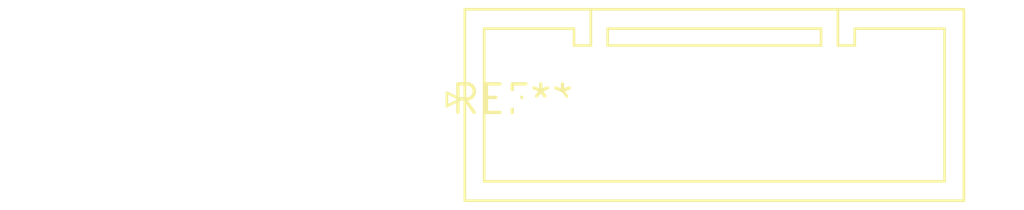
<source format=kicad_pcb>
(kicad_pcb (version 20240108) (generator pcbnew)
  (layers (0 "F.Cu" signal) (31 "B.Cu" signal) (34 "B.Paste" user) (35 "F.Paste" user) (36 "B.SilkS" user "B.Silkscreen") (37 "F.SilkS" user "F.Silkscreen") (38 "B.Mask" user) (39 "F.Mask" user) (44 "Edge.Cuts" user))
  (net 0 "")
  (footprint "JST_PUD_B20B-PUDSS_2x10_P2.00mm_Vertical" (layer "F.Cu") (at 0 0)
    (property "Reference" "REF**")
    (property "Value" "JST_PUD_B20B-PUDSS_2x10_P2.00mm_Vertical")
    (fp_line (start -2.91 -0.3) (end -2.31 0) (layer "F.SilkS") (stroke (width 0.12)))
    (fp_line (start -2.91 0.3) (end -2.91 -0.3) (layer "F.SilkS") (stroke (width 0.12)))
    (fp_line (start -2.31 0) (end -2.91 0.3) (layer "F.SilkS") (stroke (width 0.12)))
    (fp_line (start -2.11 -4.01) (end -2.11 4.51) (layer "F.SilkS") (stroke (width 0.12)))
    (fp_line (start -2.11 4.51) (end 20.11 4.51) (layer "F.SilkS") (stroke (width 0.12)))
    (fp_line (start -1.25 -3.15) (end -1.25 3.65) (layer "F.SilkS") (stroke (width 0.12)))
    (fp_line (start -1.25 3.65) (end 9 3.65) (layer "F.SilkS") (stroke (width 0.12)))
    (fp_line (start 2.75 -3.15) (end -1.25 -3.15) (layer "F.SilkS") (stroke (width 0.12)))
    (fp_line (start 2.75 -2.4) (end 2.75 -3.15) (layer "F.SilkS") (stroke (width 0.12)))
    (fp_line (start 3.5 -4.01) (end 3.5 -2.4) (layer "F.SilkS") (stroke (width 0.12)))
    (fp_line (start 3.5 -2.4) (end 2.75 -2.4) (layer "F.SilkS") (stroke (width 0.12)))
    (fp_line (start 4.25 -3.15) (end 4.25 -2.4) (layer "F.SilkS") (stroke (width 0.12)))
    (fp_line (start 4.25 -2.4) (end 13.75 -2.4) (layer "F.SilkS") (stroke (width 0.12)))
    (fp_line (start 13.75 -3.15) (end 4.25 -3.15) (layer "F.SilkS") (stroke (width 0.12)))
    (fp_line (start 13.75 -2.4) (end 13.75 -3.15) (layer "F.SilkS") (stroke (width 0.12)))
    (fp_line (start 14.5 -4.01) (end 14.5 -2.4) (layer "F.SilkS") (stroke (width 0.12)))
    (fp_line (start 14.5 -2.4) (end 15.25 -2.4) (layer "F.SilkS") (stroke (width 0.12)))
    (fp_line (start 15.25 -3.15) (end 19.25 -3.15) (layer "F.SilkS") (stroke (width 0.12)))
    (fp_line (start 15.25 -2.4) (end 15.25 -3.15) (layer "F.SilkS") (stroke (width 0.12)))
    (fp_line (start 19.25 -3.15) (end 19.25 3.65) (layer "F.SilkS") (stroke (width 0.12)))
    (fp_line (start 19.25 3.65) (end 9 3.65) (layer "F.SilkS") (stroke (width 0.12)))
    (fp_line (start 20.11 -4.01) (end -2.11 -4.01) (layer "F.SilkS") (stroke (width 0.12)))
    (fp_line (start 20.11 4.51) (end 20.11 -4.01) (layer "F.SilkS") (stroke (width 0.12)))
    (pad "1" thru_hole roundrect (at 0 0) (size 1.2 1.2) (drill 0.75) (layers *.Cu *.Mask) (remove_unused_layers) (roundrect_rratio 0.208333))
    (pad "2" thru_hole circle (at 0 2) (size 1.2 1.2) (drill 0.75) (layers *.Cu *.Mask) (remove_unused_layers))
    (pad "3" thru_hole circle (at 2 0) (size 1.2 1.2) (drill 0.75) (layers *.Cu *.Mask) (remove_unused_layers))
    (pad "4" thru_hole circle (at 2 2) (size 1.2 1.2) (drill 0.75) (layers *.Cu *.Mask) (remove_unused_layers))
    (pad "5" thru_hole circle (at 4 0) (size 1.2 1.2) (drill 0.75) (layers *.Cu *.Mask) (remove_unused_layers))
    (pad "6" thru_hole circle (at 4 2) (size 1.2 1.2) (drill 0.75) (layers *.Cu *.Mask) (remove_unused_layers))
    (pad "7" thru_hole circle (at 6 0) (size 1.2 1.2) (drill 0.75) (layers *.Cu *.Mask) (remove_unused_layers))
    (pad "8" thru_hole circle (at 6 2) (size 1.2 1.2) (drill 0.75) (layers *.Cu *.Mask) (remove_unused_layers))
    (pad "9" thru_hole circle (at 8 0) (size 1.2 1.2) (drill 0.75) (layers *.Cu *.Mask) (remove_unused_layers))
    (pad "10" thru_hole circle (at 8 2) (size 1.2 1.2) (drill 0.75) (layers *.Cu *.Mask) (remove_unused_layers))
    (pad "11" thru_hole circle (at 10 0) (size 1.2 1.2) (drill 0.75) (layers *.Cu *.Mask) (remove_unused_layers))
    (pad "12" thru_hole circle (at 10 2) (size 1.2 1.2) (drill 0.75) (layers *.Cu *.Mask) (remove_unused_layers))
    (pad "13" thru_hole circle (at 12 0) (size 1.2 1.2) (drill 0.75) (layers *.Cu *.Mask) (remove_unused_layers))
    (pad "14" thru_hole circle (at 12 2) (size 1.2 1.2) (drill 0.75) (layers *.Cu *.Mask) (remove_unused_layers))
    (pad "15" thru_hole circle (at 14 0) (size 1.2 1.2) (drill 0.75) (layers *.Cu *.Mask) (remove_unused_layers))
    (pad "16" thru_hole circle (at 14 2) (size 1.2 1.2) (drill 0.75) (layers *.Cu *.Mask) (remove_unused_layers))
    (pad "17" thru_hole circle (at 16 0) (size 1.2 1.2) (drill 0.75) (layers *.Cu *.Mask) (remove_unused_layers))
    (pad "18" thru_hole circle (at 16 2) (size 1.2 1.2) (drill 0.75) (layers *.Cu *.Mask) (remove_unused_layers))
    (pad "19" thru_hole circle (at 18 0) (size 1.2 1.2) (drill 0.75) (layers *.Cu *.Mask) (remove_unused_layers))
    (pad "20" thru_hole circle (at 18 2) (size 1.2 1.2) (drill 0.75) (layers *.Cu *.Mask) (remove_unused_layers))
  )
)
</source>
